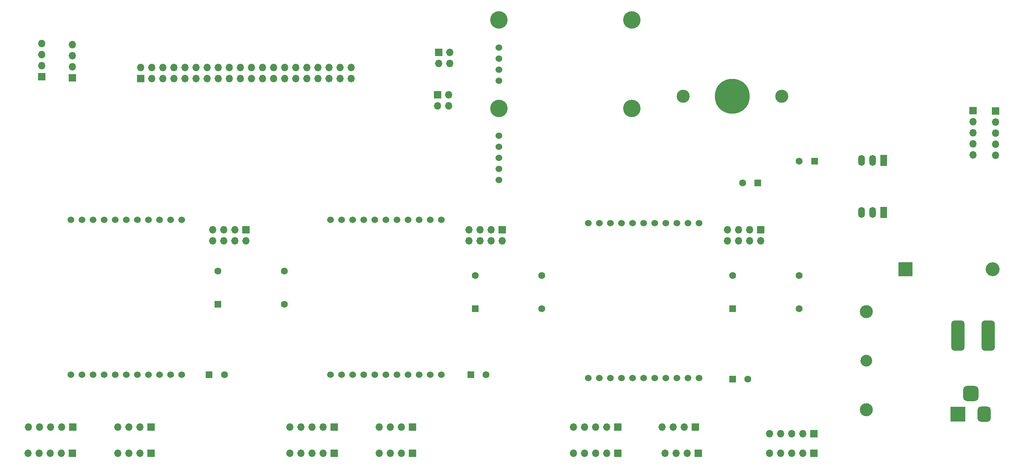
<source format=gbr>
%TF.GenerationSoftware,KiCad,Pcbnew,7.0.7*%
%TF.CreationDate,2023-09-16T22:54:16+02:00*%
%TF.ProjectId,AstroDebugMotor,41737472-6f44-4656-9275-674d6f746f72,01*%
%TF.SameCoordinates,Original*%
%TF.FileFunction,Soldermask,Top*%
%TF.FilePolarity,Negative*%
%FSLAX46Y46*%
G04 Gerber Fmt 4.6, Leading zero omitted, Abs format (unit mm)*
G04 Created by KiCad (PCBNEW 7.0.7) date 2023-09-16 22:54:16*
%MOMM*%
%LPD*%
G01*
G04 APERTURE LIST*
G04 Aperture macros list*
%AMRoundRect*
0 Rectangle with rounded corners*
0 $1 Rounding radius*
0 $2 $3 $4 $5 $6 $7 $8 $9 X,Y pos of 4 corners*
0 Add a 4 corners polygon primitive as box body*
4,1,4,$2,$3,$4,$5,$6,$7,$8,$9,$2,$3,0*
0 Add four circle primitives for the rounded corners*
1,1,$1+$1,$2,$3*
1,1,$1+$1,$4,$5*
1,1,$1+$1,$6,$7*
1,1,$1+$1,$8,$9*
0 Add four rect primitives between the rounded corners*
20,1,$1+$1,$2,$3,$4,$5,0*
20,1,$1+$1,$4,$5,$6,$7,0*
20,1,$1+$1,$6,$7,$8,$9,0*
20,1,$1+$1,$8,$9,$2,$3,0*%
G04 Aperture macros list end*
%ADD10R,1.700000X1.700000*%
%ADD11O,1.700000X1.700000*%
%ADD12RoundRect,0.750000X0.750000X2.750000X-0.750000X2.750000X-0.750000X-2.750000X0.750000X-2.750000X0*%
%ADD13R,3.200000X3.200000*%
%ADD14O,3.200000X3.200000*%
%ADD15R,1.600000X1.600000*%
%ADD16C,1.600000*%
%ADD17R,1.500000X2.500000*%
%ADD18O,1.500000X2.500000*%
%ADD19C,3.000000*%
%ADD20C,8.000000*%
%ADD21C,2.700000*%
%ADD22C,1.524000*%
%ADD23R,3.500000X3.500000*%
%ADD24RoundRect,0.750000X0.750000X1.000000X-0.750000X1.000000X-0.750000X-1.000000X0.750000X-1.000000X0*%
%ADD25RoundRect,0.875000X0.875000X0.875000X-0.875000X0.875000X-0.875000X-0.875000X0.875000X-0.875000X0*%
%ADD26C,4.000000*%
G04 APERTURE END LIST*
D10*
%TO.C,J18*%
X166075000Y-151000000D03*
D11*
X163535000Y-151000000D03*
X160995000Y-151000000D03*
X158455000Y-151000000D03*
X155915000Y-151000000D03*
%TD*%
D12*
%TO.C,SW1*%
X251000000Y-130000000D03*
X244000000Y-130000000D03*
%TD*%
D10*
%TO.C,J19*%
X184540000Y-157000000D03*
D11*
X182000000Y-157000000D03*
X179460000Y-157000000D03*
X176920000Y-157000000D03*
%TD*%
D13*
%TO.C,D1*%
X232000000Y-114750000D03*
D14*
X252000000Y-114750000D03*
%TD*%
D15*
%TO.C,X2*%
X133380000Y-123810000D03*
D16*
X148620000Y-123810000D03*
X148620000Y-116190000D03*
X133380000Y-116190000D03*
%TD*%
D17*
%TO.C,U4*%
X227000000Y-101770000D03*
D18*
X224460000Y-101770000D03*
X221920000Y-101770000D03*
%TD*%
D15*
%TO.C,C4*%
X192347349Y-140000000D03*
D16*
X195847349Y-140000000D03*
%TD*%
D19*
%TO.C,BT1*%
X203625000Y-75025000D03*
X181025000Y-75025000D03*
D20*
X192325000Y-75025000D03*
%TD*%
D10*
%TO.C,J8*%
X41075000Y-151000000D03*
D11*
X38535000Y-151000000D03*
X35995000Y-151000000D03*
X33455000Y-151000000D03*
X30915000Y-151000000D03*
%TD*%
D21*
%TO.C,F1*%
X223000000Y-135750000D03*
D19*
X223000000Y-147000000D03*
X223000000Y-124500000D03*
%TD*%
D15*
%TO.C,X1*%
X74380000Y-122810000D03*
D16*
X89620000Y-122810000D03*
X89620000Y-115190000D03*
X74380000Y-115190000D03*
%TD*%
D10*
%TO.C,J11*%
X101000000Y-151000000D03*
D11*
X98460000Y-151000000D03*
X95920000Y-151000000D03*
X93380000Y-151000000D03*
X90840000Y-151000000D03*
%TD*%
D10*
%TO.C,J4*%
X80800000Y-105725000D03*
D11*
X80800000Y-108265000D03*
X78260000Y-105725000D03*
X78260000Y-108265000D03*
X75720000Y-105725000D03*
X75720000Y-108265000D03*
X73180000Y-105725000D03*
X73180000Y-108265000D03*
%TD*%
D15*
%TO.C,X3*%
X192380000Y-123810000D03*
D16*
X207620000Y-123810000D03*
X207620000Y-116190000D03*
X192380000Y-116190000D03*
%TD*%
D15*
%TO.C,C2*%
X72347349Y-139000000D03*
D16*
X75847349Y-139000000D03*
%TD*%
D10*
%TO.C,J6*%
X41000000Y-157000000D03*
D11*
X38460000Y-157000000D03*
X35920000Y-157000000D03*
X33380000Y-157000000D03*
X30840000Y-157000000D03*
%TD*%
D10*
%TO.C,J9*%
X101000000Y-157000000D03*
D11*
X98460000Y-157000000D03*
X95920000Y-157000000D03*
X93380000Y-157000000D03*
X90840000Y-157000000D03*
%TD*%
D10*
%TO.C,J22*%
X125000000Y-65000000D03*
D11*
X127540000Y-65000000D03*
X125000000Y-67540000D03*
X127540000Y-67540000D03*
%TD*%
D15*
%TO.C,C5*%
X211152651Y-90000000D03*
D16*
X207652651Y-90000000D03*
%TD*%
D22*
%TO.C,U7*%
X138795000Y-94262500D03*
X138795000Y-91722500D03*
X138795000Y-89182500D03*
X138795000Y-86642500D03*
X138795000Y-84102500D03*
%TD*%
D10*
%TO.C,J16*%
X166080000Y-157000000D03*
D11*
X163540000Y-157000000D03*
X161000000Y-157000000D03*
X158460000Y-157000000D03*
X155920000Y-157000000D03*
%TD*%
D10*
%TO.C,J7*%
X59000000Y-151000000D03*
D11*
X56460000Y-151000000D03*
X53920000Y-151000000D03*
X51380000Y-151000000D03*
%TD*%
D23*
%TO.C,X1_PWR1*%
X244000000Y-148042500D03*
D24*
X250000000Y-148042500D03*
D25*
X247000000Y-143342500D03*
%TD*%
D17*
%TO.C,U5*%
X227000000Y-89790000D03*
D18*
X224460000Y-89790000D03*
X221920000Y-89790000D03*
%TD*%
D22*
%TO.C,U3*%
X184700000Y-104220000D03*
X182160000Y-104220000D03*
X179620000Y-104220000D03*
X177080000Y-104220000D03*
X174540000Y-104220000D03*
X172000000Y-104220000D03*
X169460000Y-104220000D03*
X166920000Y-104220000D03*
X164380000Y-104220000D03*
X161840000Y-104220000D03*
X159300000Y-104220000D03*
X184700000Y-139780000D03*
X182160000Y-139780000D03*
X179620000Y-139780000D03*
X177080000Y-139780000D03*
X174540000Y-139780000D03*
X172000000Y-139780000D03*
X169460000Y-139780000D03*
X166920000Y-139780000D03*
X164380000Y-139780000D03*
X161840000Y-139780000D03*
X159300000Y-139780000D03*
%TD*%
D10*
%TO.C,J1*%
X59000000Y-157000000D03*
D11*
X56460000Y-157000000D03*
X53920000Y-157000000D03*
X51380000Y-157000000D03*
%TD*%
D10*
%TO.C,J3*%
X211040000Y-152500000D03*
D11*
X208500000Y-152500000D03*
X205960000Y-152500000D03*
X203420000Y-152500000D03*
X200880000Y-152500000D03*
%TD*%
D10*
%TO.C,J14*%
X34000000Y-70540000D03*
D11*
X34000000Y-68000000D03*
X34000000Y-65460000D03*
X34000000Y-62920000D03*
%TD*%
D10*
%TO.C,J23*%
X247500000Y-78380000D03*
D11*
X247500000Y-80920000D03*
X247500000Y-83460000D03*
X247500000Y-86000000D03*
X247500000Y-88540000D03*
%TD*%
D10*
%TO.C,J5*%
X211040000Y-157000000D03*
D11*
X208500000Y-157000000D03*
X205960000Y-157000000D03*
X203420000Y-157000000D03*
X200880000Y-157000000D03*
%TD*%
D10*
%TO.C,J13*%
X119000000Y-151000000D03*
D11*
X116460000Y-151000000D03*
X113920000Y-151000000D03*
X111380000Y-151000000D03*
%TD*%
D10*
%TO.C,J12*%
X119000000Y-157000000D03*
D11*
X116460000Y-157000000D03*
X113920000Y-157000000D03*
X111380000Y-157000000D03*
%TD*%
D10*
%TO.C,J15*%
X41000000Y-70800000D03*
D11*
X41000000Y-68260000D03*
X41000000Y-65720000D03*
X41000000Y-63180000D03*
%TD*%
D22*
%TO.C,U6*%
X138750000Y-63850000D03*
X138750000Y-66390000D03*
X138750000Y-68930000D03*
X138750000Y-71470000D03*
D26*
X138750000Y-57500000D03*
X138750000Y-77820000D03*
X169230000Y-57500000D03*
X169230000Y-77820000D03*
%TD*%
D22*
%TO.C,U2*%
X125540000Y-103440000D03*
X123000000Y-103440000D03*
X120460000Y-103440000D03*
X117920000Y-103440000D03*
X115380000Y-103440000D03*
X112840000Y-103440000D03*
X110300000Y-103440000D03*
X107760000Y-103440000D03*
X105220000Y-103440000D03*
X102680000Y-103440000D03*
X100140000Y-103440000D03*
X125540000Y-139000000D03*
X123000000Y-139000000D03*
X120460000Y-139000000D03*
X117920000Y-139000000D03*
X115380000Y-139000000D03*
X112840000Y-139000000D03*
X110300000Y-139000000D03*
X107760000Y-139000000D03*
X105220000Y-139000000D03*
X102680000Y-139000000D03*
X100140000Y-139000000D03*
%TD*%
%TO.C,U1*%
X66080000Y-103440000D03*
X63540000Y-103440000D03*
X61000000Y-103440000D03*
X58460000Y-103440000D03*
X55920000Y-103440000D03*
X53380000Y-103440000D03*
X50840000Y-103440000D03*
X48300000Y-103440000D03*
X45760000Y-103440000D03*
X43220000Y-103440000D03*
X40680000Y-103440000D03*
X66080000Y-139000000D03*
X63540000Y-139000000D03*
X61000000Y-139000000D03*
X58460000Y-139000000D03*
X55920000Y-139000000D03*
X53380000Y-139000000D03*
X50840000Y-139000000D03*
X48300000Y-139000000D03*
X45760000Y-139000000D03*
X43220000Y-139000000D03*
X40680000Y-139000000D03*
%TD*%
D10*
%TO.C,J21*%
X124725000Y-74725000D03*
D11*
X127265000Y-74725000D03*
X124725000Y-77265000D03*
X127265000Y-77265000D03*
%TD*%
D10*
%TO.C,J20*%
X183800000Y-151000000D03*
D11*
X181260000Y-151000000D03*
X178720000Y-151000000D03*
X176180000Y-151000000D03*
%TD*%
D15*
%TO.C,C1*%
X198152651Y-95000000D03*
D16*
X194652651Y-95000000D03*
%TD*%
D10*
%TO.C,J17*%
X198800000Y-105725000D03*
D11*
X198800000Y-108265000D03*
X196260000Y-105725000D03*
X196260000Y-108265000D03*
X193720000Y-105725000D03*
X193720000Y-108265000D03*
X191180000Y-105725000D03*
X191180000Y-108265000D03*
%TD*%
D10*
%TO.C,J24*%
X252625000Y-78425000D03*
D11*
X252625000Y-80965000D03*
X252625000Y-83505000D03*
X252625000Y-86045000D03*
X252625000Y-88585000D03*
%TD*%
D10*
%TO.C,J10*%
X139540000Y-105725000D03*
D11*
X139540000Y-108265000D03*
X137000000Y-105725000D03*
X137000000Y-108265000D03*
X134460000Y-105725000D03*
X134460000Y-108265000D03*
X131920000Y-105725000D03*
X131920000Y-108265000D03*
%TD*%
D15*
%TO.C,C3*%
X132347349Y-139000000D03*
D16*
X135847349Y-139000000D03*
%TD*%
D10*
%TO.C,J2*%
X56680000Y-71000000D03*
D11*
X56680000Y-68460000D03*
X59220000Y-71000000D03*
X59220000Y-68460000D03*
X61760000Y-71000000D03*
X61760000Y-68460000D03*
X64300000Y-71000000D03*
X64300000Y-68460000D03*
X66840000Y-71000000D03*
X66840000Y-68460000D03*
X69380000Y-71000000D03*
X69380000Y-68460000D03*
X71920000Y-71000000D03*
X71920000Y-68460000D03*
X74460000Y-71000000D03*
X74460000Y-68460000D03*
X77000000Y-71000000D03*
X77000000Y-68460000D03*
X79540000Y-71000000D03*
X79540000Y-68460000D03*
X82080000Y-71000000D03*
X82080000Y-68460000D03*
X84620000Y-71000000D03*
X84620000Y-68460000D03*
X87160000Y-71000000D03*
X87160000Y-68460000D03*
X89700000Y-71000000D03*
X89700000Y-68460000D03*
X92240000Y-71000000D03*
X92240000Y-68460000D03*
X94780000Y-71000000D03*
X94780000Y-68460000D03*
X97320000Y-71000000D03*
X97320000Y-68460000D03*
X99860000Y-71000000D03*
X99860000Y-68460000D03*
X102400000Y-71000000D03*
X102400000Y-68460000D03*
X104940000Y-71000000D03*
X104940000Y-68460000D03*
%TD*%
M02*

</source>
